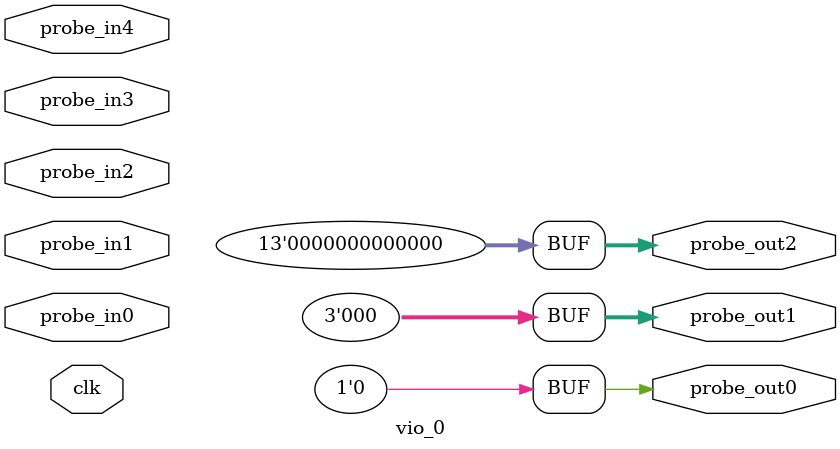
<source format=v>
`timescale 1ns / 1ps
module vio_0 (
clk,
probe_in0,probe_in1,probe_in2,probe_in3,probe_in4,
probe_out0,
probe_out1,
probe_out2
);

input clk;
input [31 : 0] probe_in0;
input [31 : 0] probe_in1;
input [31 : 0] probe_in2;
input [12 : 0] probe_in3;
input [255 : 0] probe_in4;

output reg [0 : 0] probe_out0 = 'h0 ;
output reg [2 : 0] probe_out1 = 'h0 ;
output reg [12 : 0] probe_out2 = 'h0000 ;


endmodule

</source>
